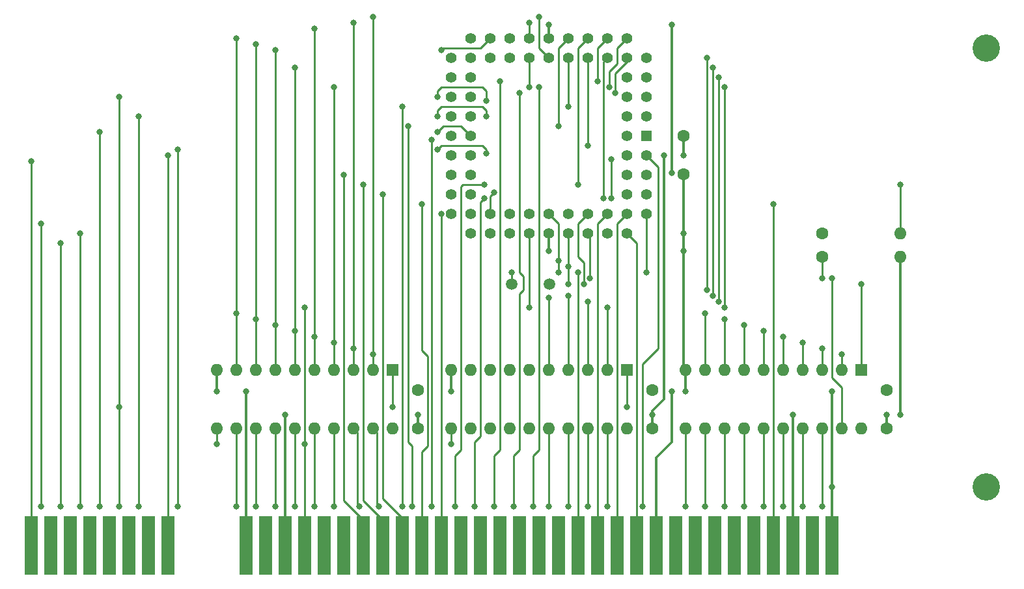
<source format=gbr>
G04 #@! TF.GenerationSoftware,KiCad,Pcbnew,(5.1.8)-1*
G04 #@! TF.CreationDate,2023-02-17T13:20:17-07:00*
G04 #@! TF.ProjectId,V40,5634302e-6b69-4636-9164-5f7063625858,rev?*
G04 #@! TF.SameCoordinates,Original*
G04 #@! TF.FileFunction,Copper,L2,Bot*
G04 #@! TF.FilePolarity,Positive*
%FSLAX46Y46*%
G04 Gerber Fmt 4.6, Leading zero omitted, Abs format (unit mm)*
G04 Created by KiCad (PCBNEW (5.1.8)-1) date 2023-02-17 13:20:17*
%MOMM*%
%LPD*%
G01*
G04 APERTURE LIST*
G04 #@! TA.AperFunction,ComponentPad*
%ADD10O,1.600000X1.600000*%
G04 #@! TD*
G04 #@! TA.AperFunction,ComponentPad*
%ADD11C,1.600000*%
G04 #@! TD*
G04 #@! TA.AperFunction,ComponentPad*
%ADD12C,1.500000*%
G04 #@! TD*
G04 #@! TA.AperFunction,ConnectorPad*
%ADD13R,1.780000X7.620000*%
G04 #@! TD*
G04 #@! TA.AperFunction,ComponentPad*
%ADD14R,1.600000X1.600000*%
G04 #@! TD*
G04 #@! TA.AperFunction,ComponentPad*
%ADD15C,1.422400*%
G04 #@! TD*
G04 #@! TA.AperFunction,ComponentPad*
%ADD16R,1.422400X1.422400*%
G04 #@! TD*
G04 #@! TA.AperFunction,ComponentPad*
%ADD17C,3.556000*%
G04 #@! TD*
G04 #@! TA.AperFunction,ViaPad*
%ADD18C,0.800000*%
G04 #@! TD*
G04 #@! TA.AperFunction,Conductor*
%ADD19C,0.330200*%
G04 #@! TD*
G04 #@! TA.AperFunction,Conductor*
%ADD20C,0.250000*%
G04 #@! TD*
G04 APERTURE END LIST*
D10*
G04 #@! TO.P,R1,2*
G04 #@! TO.N,/5+*
X170426380Y-92176600D03*
D11*
G04 #@! TO.P,R1,1*
G04 #@! TO.N,/DEN*
X160266380Y-92176600D03*
G04 #@! TD*
D12*
G04 #@! TO.P,Y1,2*
G04 #@! TO.N,/X1*
X124780380Y-95732600D03*
G04 #@! TO.P,Y1,1*
G04 #@! TO.N,/X2*
X119880380Y-95732600D03*
G04 #@! TD*
D10*
G04 #@! TO.P,R2,2*
G04 #@! TO.N,/POLL*
X170426380Y-89128600D03*
D11*
G04 #@! TO.P,R2,1*
G04 #@! TO.N,/GND*
X160266380Y-89128600D03*
G04 #@! TD*
D13*
G04 #@! TO.P,J1,8*
G04 #@! TO.N,/NMI*
X57396380Y-129768600D03*
G04 #@! TO.P,J1,7*
G04 #@! TO.N,Net-(J1-Pad7)*
X59936380Y-129768600D03*
G04 #@! TO.P,J1,6*
G04 #@! TO.N,/IO_008X*
X62476380Y-129768600D03*
G04 #@! TO.P,J1,5*
G04 #@! TO.N,/IO_006X*
X65016380Y-129768600D03*
G04 #@! TO.P,J1,4*
G04 #@! TO.N,/IO_004X*
X67556380Y-129768600D03*
G04 #@! TO.P,J1,3*
G04 #@! TO.N,/IO_002X*
X70096380Y-129768600D03*
G04 #@! TO.P,J1,2*
G04 #@! TO.N,/IO_000X*
X72636380Y-129768600D03*
G04 #@! TO.P,J1,1*
G04 #@! TO.N,/IRQ1*
X75176380Y-129768600D03*
G04 #@! TD*
D10*
G04 #@! TO.P,U4,20*
G04 #@! TO.N,/5+*
X165346380Y-114528600D03*
G04 #@! TO.P,U4,10*
G04 #@! TO.N,/GND*
X142486380Y-106908600D03*
G04 #@! TO.P,U4,19*
G04 #@! TO.N,/DEN*
X162806380Y-114528600D03*
G04 #@! TO.P,U4,9*
G04 #@! TO.N,/AD0*
X145026380Y-106908600D03*
G04 #@! TO.P,U4,18*
G04 #@! TO.N,/D7*
X160266380Y-114528600D03*
G04 #@! TO.P,U4,8*
G04 #@! TO.N,/AD1*
X147566380Y-106908600D03*
G04 #@! TO.P,U4,17*
G04 #@! TO.N,/D6*
X157726380Y-114528600D03*
G04 #@! TO.P,U4,7*
G04 #@! TO.N,/AD2*
X150106380Y-106908600D03*
G04 #@! TO.P,U4,16*
G04 #@! TO.N,/D5*
X155186380Y-114528600D03*
G04 #@! TO.P,U4,6*
G04 #@! TO.N,/AD3*
X152646380Y-106908600D03*
G04 #@! TO.P,U4,15*
G04 #@! TO.N,/D4*
X152646380Y-114528600D03*
G04 #@! TO.P,U4,5*
G04 #@! TO.N,/AD4*
X155186380Y-106908600D03*
G04 #@! TO.P,U4,14*
G04 #@! TO.N,/D3*
X150106380Y-114528600D03*
G04 #@! TO.P,U4,4*
G04 #@! TO.N,/AD5*
X157726380Y-106908600D03*
G04 #@! TO.P,U4,13*
G04 #@! TO.N,/D2*
X147566380Y-114528600D03*
G04 #@! TO.P,U4,3*
G04 #@! TO.N,/AD6*
X160266380Y-106908600D03*
G04 #@! TO.P,U4,12*
G04 #@! TO.N,/D1*
X145026380Y-114528600D03*
G04 #@! TO.P,U4,2*
G04 #@! TO.N,/AD7*
X162806380Y-106908600D03*
G04 #@! TO.P,U4,11*
G04 #@! TO.N,/D0*
X142486380Y-114528600D03*
D14*
G04 #@! TO.P,U4,1*
G04 #@! TO.N,/DTR*
X165346380Y-106908600D03*
G04 #@! TD*
D10*
G04 #@! TO.P,U3,20*
G04 #@! TO.N,/5+*
X134866380Y-114528600D03*
G04 #@! TO.P,U3,10*
G04 #@! TO.N,/GND*
X112006380Y-106908600D03*
G04 #@! TO.P,U3,19*
G04 #@! TO.N,/A19*
X132326380Y-114528600D03*
G04 #@! TO.P,U3,9*
G04 #@! TO.N,Net-(U3-Pad9)*
X114546380Y-106908600D03*
G04 #@! TO.P,U3,18*
G04 #@! TO.N,/A18*
X129786380Y-114528600D03*
G04 #@! TO.P,U3,8*
G04 #@! TO.N,Net-(U3-Pad8)*
X117086380Y-106908600D03*
G04 #@! TO.P,U3,17*
G04 #@! TO.N,/A17*
X127246380Y-114528600D03*
G04 #@! TO.P,U3,7*
G04 #@! TO.N,Net-(U3-Pad7)*
X119626380Y-106908600D03*
G04 #@! TO.P,U3,16*
G04 #@! TO.N,/A16*
X124706380Y-114528600D03*
G04 #@! TO.P,U3,6*
G04 #@! TO.N,Net-(U3-Pad6)*
X122166380Y-106908600D03*
G04 #@! TO.P,U3,15*
G04 #@! TO.N,Net-(U3-Pad15)*
X122166380Y-114528600D03*
G04 #@! TO.P,U3,5*
G04 #@! TO.N,/A16_*
X124706380Y-106908600D03*
G04 #@! TO.P,U3,14*
G04 #@! TO.N,Net-(U3-Pad14)*
X119626380Y-114528600D03*
G04 #@! TO.P,U3,4*
G04 #@! TO.N,/A17_*
X127246380Y-106908600D03*
G04 #@! TO.P,U3,13*
G04 #@! TO.N,Net-(U3-Pad13)*
X117086380Y-114528600D03*
G04 #@! TO.P,U3,3*
G04 #@! TO.N,/A18_*
X129786380Y-106908600D03*
G04 #@! TO.P,U3,12*
G04 #@! TO.N,Net-(U3-Pad12)*
X114546380Y-114528600D03*
G04 #@! TO.P,U3,2*
G04 #@! TO.N,/A19_*
X132326380Y-106908600D03*
G04 #@! TO.P,U3,11*
G04 #@! TO.N,/ALE*
X112006380Y-114528600D03*
D14*
G04 #@! TO.P,U3,1*
G04 #@! TO.N,/HOLDA*
X134866380Y-106908600D03*
G04 #@! TD*
D10*
G04 #@! TO.P,U2,20*
G04 #@! TO.N,/5+*
X104386380Y-114528600D03*
G04 #@! TO.P,U2,10*
G04 #@! TO.N,/GND*
X81526380Y-106908600D03*
G04 #@! TO.P,U2,19*
G04 #@! TO.N,/A7*
X101846380Y-114528600D03*
G04 #@! TO.P,U2,9*
G04 #@! TO.N,/AD0*
X84066380Y-106908600D03*
G04 #@! TO.P,U2,18*
G04 #@! TO.N,/A6*
X99306380Y-114528600D03*
G04 #@! TO.P,U2,8*
G04 #@! TO.N,/AD1*
X86606380Y-106908600D03*
G04 #@! TO.P,U2,17*
G04 #@! TO.N,/A5*
X96766380Y-114528600D03*
G04 #@! TO.P,U2,7*
G04 #@! TO.N,/AD2*
X89146380Y-106908600D03*
G04 #@! TO.P,U2,16*
G04 #@! TO.N,/A4*
X94226380Y-114528600D03*
G04 #@! TO.P,U2,6*
G04 #@! TO.N,/AD3*
X91686380Y-106908600D03*
G04 #@! TO.P,U2,15*
G04 #@! TO.N,/A3*
X91686380Y-114528600D03*
G04 #@! TO.P,U2,5*
G04 #@! TO.N,/AD4*
X94226380Y-106908600D03*
G04 #@! TO.P,U2,14*
G04 #@! TO.N,/A2*
X89146380Y-114528600D03*
G04 #@! TO.P,U2,4*
G04 #@! TO.N,/AD5*
X96766380Y-106908600D03*
G04 #@! TO.P,U2,13*
G04 #@! TO.N,/A1*
X86606380Y-114528600D03*
G04 #@! TO.P,U2,3*
G04 #@! TO.N,/AD6*
X99306380Y-106908600D03*
G04 #@! TO.P,U2,12*
G04 #@! TO.N,/A0*
X84066380Y-114528600D03*
G04 #@! TO.P,U2,2*
G04 #@! TO.N,/AD7*
X101846380Y-106908600D03*
G04 #@! TO.P,U2,11*
G04 #@! TO.N,/ALE*
X81526380Y-114528600D03*
D14*
G04 #@! TO.P,U2,1*
G04 #@! TO.N,/HOLDA*
X104386380Y-106908600D03*
G04 #@! TD*
D15*
G04 #@! TO.P,U1,60*
G04 #@! TO.N,/MWR*
X134866380Y-89128600D03*
G04 #@! TO.P,U1,58*
G04 #@! TO.N,Net-(U1-Pad58)*
X132326380Y-89128600D03*
G04 #@! TO.P,U1,56*
G04 #@! TO.N,/DEN*
X129786380Y-89128600D03*
G04 #@! TO.P,U1,54*
G04 #@! TO.N,/X1*
X127246380Y-89128600D03*
G04 #@! TO.P,U1,52*
G04 #@! TO.N,/GND*
X124706380Y-89128600D03*
G04 #@! TO.P,U1,50*
G04 #@! TO.N,/ALE*
X122166380Y-89128600D03*
G04 #@! TO.P,U1,48*
G04 #@! TO.N,Net-(U1-Pad48)*
X119626380Y-89128600D03*
G04 #@! TO.P,U1,46*
G04 #@! TO.N,/SPK_GO*
X117086380Y-89128600D03*
G04 #@! TO.P,U1,61*
G04 #@! TO.N,/IORD*
X137406380Y-86588600D03*
G04 #@! TO.P,U1,59*
G04 #@! TO.N,/IOWR*
X132326380Y-86588600D03*
G04 #@! TO.P,U1,57*
G04 #@! TO.N,/DTR*
X129786380Y-86588600D03*
G04 #@! TO.P,U1,55*
G04 #@! TO.N,Net-(U1-Pad55)*
X127246380Y-86588600D03*
G04 #@! TO.P,U1,53*
G04 #@! TO.N,/X2*
X124706380Y-86588600D03*
G04 #@! TO.P,U1,51*
G04 #@! TO.N,Net-(U1-Pad51)*
X122166380Y-86588600D03*
G04 #@! TO.P,U1,49*
G04 #@! TO.N,Net-(U1-Pad49)*
X119626380Y-86588600D03*
G04 #@! TO.P,U1,47*
G04 #@! TO.N,/POLL*
X117086380Y-86588600D03*
G04 #@! TO.P,U1,45*
G04 #@! TO.N,/SPK_OUT*
X114546380Y-86588600D03*
G04 #@! TO.P,U1,43*
G04 #@! TO.N,/IRQ7*
X112006380Y-86588600D03*
G04 #@! TO.P,U1,41*
G04 #@! TO.N,/IRQ5*
X112006380Y-84048600D03*
G04 #@! TO.P,U1,39*
G04 #@! TO.N,/IRQ3*
X112006380Y-81508600D03*
G04 #@! TO.P,U1,37*
G04 #@! TO.N,/IRQ1*
X112006380Y-78968600D03*
G04 #@! TO.P,U1,35*
G04 #@! TO.N,Net-(U1-Pad35)*
X112006380Y-76428600D03*
G04 #@! TO.P,U1,33*
G04 #@! TO.N,Net-(U1-Pad33)*
X112006380Y-73888600D03*
G04 #@! TO.P,U1,31*
G04 #@! TO.N,Net-(U1-Pad31)*
X112006380Y-71348600D03*
G04 #@! TO.P,U1,29*
G04 #@! TO.N,Net-(U1-Pad29)*
X112006380Y-68808600D03*
G04 #@! TO.P,U1,27*
G04 #@! TO.N,Net-(U1-Pad27)*
X112006380Y-66268600D03*
G04 #@! TO.P,U1,44*
G04 #@! TO.N,/HF_PCLK*
X114546380Y-89128600D03*
G04 #@! TO.P,U1,42*
G04 #@! TO.N,/IRQ6*
X114546380Y-84048600D03*
G04 #@! TO.P,U1,40*
G04 #@! TO.N,/IRQ4*
X114546380Y-81508600D03*
G04 #@! TO.P,U1,38*
G04 #@! TO.N,/IRQ2*
X114546380Y-78968600D03*
G04 #@! TO.P,U1,36*
G04 #@! TO.N,/DRQ0*
X114546380Y-76428600D03*
G04 #@! TO.P,U1,34*
G04 #@! TO.N,Net-(U1-Pad34)*
X114546380Y-73888600D03*
G04 #@! TO.P,U1,32*
G04 #@! TO.N,Net-(U1-Pad32)*
X114546380Y-71348600D03*
G04 #@! TO.P,U1,30*
G04 #@! TO.N,Net-(U1-Pad30)*
X114546380Y-68808600D03*
G04 #@! TO.P,U1,28*
G04 #@! TO.N,Net-(U1-Pad28)*
X114546380Y-66268600D03*
G04 #@! TO.P,U1,26*
G04 #@! TO.N,/AD0*
X114546380Y-63728600D03*
G04 #@! TO.P,U1,24*
G04 #@! TO.N,/AD2*
X117086380Y-63728600D03*
G04 #@! TO.P,U1,22*
G04 #@! TO.N,/AD4*
X119626380Y-63728600D03*
G04 #@! TO.P,U1,20*
G04 #@! TO.N,/AD6*
X122166380Y-63728600D03*
G04 #@! TO.P,U1,18*
G04 #@! TO.N,/GND*
X124706380Y-63728600D03*
G04 #@! TO.P,U1,16*
G04 #@! TO.N,/A9*
X127246380Y-63728600D03*
G04 #@! TO.P,U1,14*
G04 #@! TO.N,/A11*
X129786380Y-63728600D03*
G04 #@! TO.P,U1,12*
G04 #@! TO.N,/A13*
X132326380Y-63728600D03*
G04 #@! TO.P,U1,10*
G04 #@! TO.N,/A15*
X134866380Y-63728600D03*
G04 #@! TO.P,U1,25*
G04 #@! TO.N,/AD1*
X117086380Y-66268600D03*
G04 #@! TO.P,U1,23*
G04 #@! TO.N,/AD3*
X119626380Y-66268600D03*
G04 #@! TO.P,U1,21*
G04 #@! TO.N,/AD5*
X122166380Y-66268600D03*
G04 #@! TO.P,U1,19*
G04 #@! TO.N,/AD7*
X124706380Y-66268600D03*
G04 #@! TO.P,U1,17*
G04 #@! TO.N,/A8*
X127246380Y-66268600D03*
G04 #@! TO.P,U1,15*
G04 #@! TO.N,/A10*
X129786380Y-66268600D03*
G04 #@! TO.P,U1,13*
G04 #@! TO.N,/A12*
X132326380Y-66268600D03*
G04 #@! TO.P,U1,11*
G04 #@! TO.N,/A14*
X134866380Y-66268600D03*
G04 #@! TO.P,U1,63*
G04 #@! TO.N,Net-(U1-Pad63)*
X137406380Y-84048600D03*
G04 #@! TO.P,U1,65*
G04 #@! TO.N,Net-(U1-Pad65)*
X137406380Y-81508600D03*
G04 #@! TO.P,U1,67*
G04 #@! TO.N,/RDY1*
X137406380Y-78968600D03*
G04 #@! TO.P,U1,9*
G04 #@! TO.N,/A16_*
X137406380Y-66268600D03*
G04 #@! TO.P,U1,7*
G04 #@! TO.N,/A18_*
X137406380Y-68808600D03*
G04 #@! TO.P,U1,5*
G04 #@! TO.N,Net-(U1-Pad5)*
X137406380Y-71348600D03*
G04 #@! TO.P,U1,3*
G04 #@! TO.N,/HOLDA*
X137406380Y-73888600D03*
D16*
G04 #@! TO.P,U1,1*
G04 #@! TO.N,/5+*
X137406380Y-76428600D03*
D15*
G04 #@! TO.P,U1,62*
G04 #@! TO.N,/MRD*
X134866380Y-86588600D03*
G04 #@! TO.P,U1,64*
G04 #@! TO.N,Net-(U1-Pad64)*
X134866380Y-84048600D03*
G04 #@! TO.P,U1,66*
G04 #@! TO.N,/NMI*
X134866380Y-81508600D03*
G04 #@! TO.P,U1,68*
G04 #@! TO.N,/RESET*
X134866380Y-78968600D03*
G04 #@! TO.P,U1,8*
G04 #@! TO.N,/A17_*
X134866380Y-68808600D03*
G04 #@! TO.P,U1,6*
G04 #@! TO.N,/A19_*
X134866380Y-71348600D03*
G04 #@! TO.P,U1,4*
G04 #@! TO.N,/HOLD*
X134866380Y-73888600D03*
G04 #@! TO.P,U1,2*
G04 #@! TO.N,Net-(U1-Pad2)*
X134866380Y-76428600D03*
G04 #@! TD*
D11*
G04 #@! TO.P,C4,2*
G04 #@! TO.N,/5+*
X168648380Y-114528600D03*
G04 #@! TO.P,C4,1*
G04 #@! TO.N,/GND*
X168648380Y-109528600D03*
G04 #@! TD*
G04 #@! TO.P,C3,2*
G04 #@! TO.N,/5+*
X138168380Y-114528600D03*
G04 #@! TO.P,C3,1*
G04 #@! TO.N,/GND*
X138168380Y-109528600D03*
G04 #@! TD*
G04 #@! TO.P,C2,2*
G04 #@! TO.N,/5+*
X107688380Y-114528600D03*
G04 #@! TO.P,C2,1*
G04 #@! TO.N,/GND*
X107688380Y-109528600D03*
G04 #@! TD*
G04 #@! TO.P,C1,2*
G04 #@! TO.N,/5+*
X142232380Y-76428600D03*
G04 #@! TO.P,C1,1*
G04 #@! TO.N,/GND*
X142232380Y-81428600D03*
G04 #@! TD*
D13*
G04 #@! TO.P,J9,31*
G04 #@! TO.N,/GND*
X85336380Y-129768600D03*
G04 #@! TO.P,J9,30*
G04 #@! TO.N,/OSC88*
X87876380Y-129768600D03*
G04 #@! TO.P,J9,29*
G04 #@! TO.N,/5+*
X90416380Y-129768600D03*
G04 #@! TO.P,J9,28*
G04 #@! TO.N,/ALE*
X92956380Y-129768600D03*
G04 #@! TO.P,J9,27*
G04 #@! TO.N,/TC*
X95496380Y-129768600D03*
G04 #@! TO.P,J9,26*
G04 #@! TO.N,/DACK2*
X98036380Y-129768600D03*
G04 #@! TO.P,J9,25*
G04 #@! TO.N,/IRQ3*
X100576380Y-129768600D03*
G04 #@! TO.P,J9,24*
G04 #@! TO.N,/IRQ4*
X103116380Y-129768600D03*
G04 #@! TO.P,J9,23*
G04 #@! TO.N,/IRQ5*
X105656380Y-129768600D03*
G04 #@! TO.P,J9,22*
G04 #@! TO.N,/IRQ6*
X108196380Y-129768600D03*
G04 #@! TO.P,J9,21*
G04 #@! TO.N,/IRQ7*
X110736380Y-129768600D03*
G04 #@! TO.P,J9,20*
G04 #@! TO.N,/CLK88*
X113276380Y-129768600D03*
G04 #@! TO.P,J9,19*
G04 #@! TO.N,/REFRQ*
X115816380Y-129768600D03*
G04 #@! TO.P,J9,18*
G04 #@! TO.N,/DRQ1*
X118356380Y-129768600D03*
G04 #@! TO.P,J9,17*
G04 #@! TO.N,/DACK1*
X120896380Y-129768600D03*
G04 #@! TO.P,J9,16*
G04 #@! TO.N,/DRQ3*
X123436380Y-129768600D03*
G04 #@! TO.P,J9,15*
G04 #@! TO.N,/DACK3*
X125976380Y-129768600D03*
G04 #@! TO.P,J9,14*
G04 #@! TO.N,/IORD*
X128516380Y-129768600D03*
G04 #@! TO.P,J9,13*
G04 #@! TO.N,/IOWR*
X131056380Y-129768600D03*
G04 #@! TO.P,J9,12*
G04 #@! TO.N,/MRD*
X133596380Y-129768600D03*
G04 #@! TO.P,J9,11*
G04 #@! TO.N,/MWR*
X136136380Y-129768600D03*
G04 #@! TO.P,J9,10*
G04 #@! TO.N,/GND*
X138676380Y-129768600D03*
G04 #@! TO.P,J9,9*
G04 #@! TO.N,/12+*
X141216380Y-129768600D03*
G04 #@! TO.P,J9,8*
G04 #@! TO.N,/NC*
X143756380Y-129768600D03*
G04 #@! TO.P,J9,7*
G04 #@! TO.N,/12-*
X146296380Y-129768600D03*
G04 #@! TO.P,J9,6*
G04 #@! TO.N,/DRQ2*
X148836380Y-129768600D03*
G04 #@! TO.P,J9,5*
G04 #@! TO.N,/5-*
X151376380Y-129768600D03*
G04 #@! TO.P,J9,4*
G04 #@! TO.N,/IRQ2*
X153916380Y-129768600D03*
G04 #@! TO.P,J9,3*
G04 #@! TO.N,/5+*
X156456380Y-129768600D03*
G04 #@! TO.P,J9,2*
G04 #@! TO.N,/RESOUT*
X158996380Y-129768600D03*
G04 #@! TO.P,J9,1*
G04 #@! TO.N,/GND*
X161536380Y-129768600D03*
G04 #@! TD*
D17*
G04 #@! TO.P,R,1*
G04 #@! TO.N,/GND*
X181602380Y-122148600D03*
G04 #@! TD*
G04 #@! TO.P,R,1*
G04 #@! TO.N,N/C*
X181602380Y-64998600D03*
G04 #@! TD*
D18*
G04 #@! TO.N,/5+*
X139692380Y-78968600D03*
X142232380Y-78968600D03*
X156456380Y-112750600D03*
X107688380Y-112750600D03*
X138168380Y-112750600D03*
X168648380Y-112750600D03*
X90416380Y-112750600D03*
X170426380Y-112750574D03*
G04 #@! TO.N,/GND*
X142486380Y-109702600D03*
X124706380Y-91414600D03*
X142232380Y-91414600D03*
X140708380Y-109702600D03*
X112006380Y-109702600D03*
X81526380Y-109702600D03*
X85336380Y-109702600D03*
X161536380Y-122148600D03*
X161536380Y-109702600D03*
X140708380Y-81254600D03*
X140708380Y-61950600D03*
X124706380Y-61950600D03*
X142232380Y-89128600D03*
G04 #@! TO.N,/IRQ2*
X132834380Y-79476600D03*
X132834380Y-84556600D03*
X153916380Y-85318600D03*
G04 #@! TO.N,/IRQ7*
X110736380Y-86588600D03*
G04 #@! TO.N,/IRQ6*
X108196380Y-85318600D03*
G04 #@! TO.N,/IRQ5*
X103116380Y-84048600D03*
G04 #@! TO.N,/IRQ4*
X100576380Y-82778600D03*
G04 #@! TO.N,/IRQ3*
X98036380Y-81508600D03*
G04 #@! TO.N,/ALE*
X92956380Y-116560600D03*
X81526380Y-116560600D03*
X112006380Y-116560600D03*
X122166380Y-98780600D03*
X92956380Y-98780600D03*
G04 #@! TO.N,/D7*
X160266380Y-124688600D03*
G04 #@! TO.N,/D6*
X157726380Y-124688600D03*
G04 #@! TO.N,/D5*
X155186380Y-124688600D03*
G04 #@! TO.N,/D4*
X152646380Y-124688600D03*
G04 #@! TO.N,/D3*
X150106380Y-124688600D03*
G04 #@! TO.N,/D2*
X147566380Y-124688600D03*
G04 #@! TO.N,/D1*
X145026380Y-124688600D03*
G04 #@! TO.N,/D0*
X142486380Y-124688600D03*
G04 #@! TO.N,/RDY1*
X136898380Y-124688600D03*
G04 #@! TO.N,/A19*
X132326380Y-124688600D03*
G04 #@! TO.N,/A18*
X129786380Y-124688600D03*
G04 #@! TO.N,/A17*
X127246380Y-124688600D03*
G04 #@! TO.N,/A16*
X124706380Y-124688600D03*
G04 #@! TO.N,/A15*
X122674374Y-124688600D03*
X123436380Y-70078600D03*
X132580380Y-70078600D03*
G04 #@! TO.N,/A14*
X120134374Y-124688600D03*
X120896380Y-70840600D03*
X133342380Y-70840600D03*
G04 #@! TO.N,/A13*
X117594374Y-124688600D03*
X118356380Y-69316600D03*
X131056380Y-69316600D03*
G04 #@! TO.N,/A12*
X115054374Y-124688600D03*
X116324380Y-84556600D03*
X131818380Y-84556600D03*
G04 #@! TO.N,/A11*
X112514374Y-124688600D03*
X128516380Y-82778600D03*
X116324380Y-82778600D03*
G04 #@! TO.N,/A10*
X129786380Y-77698600D03*
X109466380Y-124688600D03*
X109466380Y-76936600D03*
G04 #@! TO.N,/A9*
X106418380Y-75158600D03*
X125976380Y-75158600D03*
X106926380Y-124688600D03*
G04 #@! TO.N,/A8*
X105656380Y-72618600D03*
X127246380Y-72618600D03*
X105656380Y-124688600D03*
G04 #@! TO.N,/A7*
X102608380Y-124688600D03*
G04 #@! TO.N,/A6*
X100068380Y-124688600D03*
G04 #@! TO.N,/A5*
X96766380Y-124688600D03*
G04 #@! TO.N,/A4*
X94226380Y-124688600D03*
G04 #@! TO.N,/A3*
X91686380Y-124688600D03*
G04 #@! TO.N,/A2*
X89146380Y-124688600D03*
G04 #@! TO.N,/A1*
X86606380Y-124688600D03*
G04 #@! TO.N,/A0*
X84066380Y-124688600D03*
G04 #@! TO.N,/IORD*
X128516380Y-94208600D03*
X137406380Y-94208600D03*
G04 #@! TO.N,/AD0*
X84066380Y-63728600D03*
X84066380Y-99542600D03*
X145026380Y-99542600D03*
G04 #@! TO.N,/AD2*
X110736380Y-65252600D03*
X89146380Y-65252600D03*
X150106380Y-101066600D03*
X89146380Y-101066600D03*
G04 #@! TO.N,/AD4*
X94226380Y-62458600D03*
X155186380Y-102590600D03*
X94226380Y-102590600D03*
G04 #@! TO.N,/AD6*
X122166380Y-61696600D03*
X99306380Y-61696600D03*
X160266380Y-104114600D03*
X99306380Y-104114600D03*
G04 #@! TO.N,/AD1*
X86606380Y-64490600D03*
X86606380Y-100304600D03*
X147566380Y-100304600D03*
G04 #@! TO.N,/AD3*
X91686380Y-67538600D03*
X152646380Y-101828600D03*
X91686380Y-101828600D03*
G04 #@! TO.N,/AD5*
X122166380Y-70078600D03*
X96766380Y-70078600D03*
X96766380Y-103352600D03*
X157726380Y-103352600D03*
G04 #@! TO.N,/AD7*
X123436380Y-60934600D03*
X101846380Y-60934600D03*
X101846380Y-104876600D03*
X162806380Y-104876600D03*
G04 #@! TO.N,/A16_*
X145280380Y-66268600D03*
X145280380Y-96494600D03*
X124706380Y-97510600D03*
G04 #@! TO.N,/A18_*
X146804380Y-68808600D03*
X146804380Y-98018600D03*
X129786380Y-98018600D03*
G04 #@! TO.N,/A17_*
X146042380Y-67538600D03*
X146042380Y-97256600D03*
X127246380Y-97256600D03*
G04 #@! TO.N,/A19_*
X147566380Y-70078600D03*
X147566380Y-98780600D03*
X132326380Y-98780600D03*
G04 #@! TO.N,/SPK_OUT*
X58666380Y-124688600D03*
X58666380Y-87858600D03*
G04 #@! TO.N,/SPK_GO*
X61206380Y-124688600D03*
X61206380Y-90398600D03*
G04 #@! TO.N,/HF_PCLK*
X63746380Y-124688600D03*
X63746380Y-89128600D03*
G04 #@! TO.N,/DRQ0*
X66286380Y-124688600D03*
X110228380Y-75920600D03*
X66286380Y-75920600D03*
G04 #@! TO.N,/HOLDA*
X68826380Y-124688600D03*
X116578380Y-71856600D03*
X110228380Y-71348600D03*
X68826380Y-71348600D03*
X134866380Y-111734600D03*
X68826380Y-111734600D03*
X104386380Y-111734600D03*
G04 #@! TO.N,/HOLD*
X71366380Y-124688600D03*
X116578380Y-73888600D03*
X110228380Y-73888600D03*
X71366380Y-73888600D03*
G04 #@! TO.N,/RESET*
X76446380Y-124688600D03*
X110228380Y-78206600D03*
X76446380Y-78206600D03*
X116578380Y-78714600D03*
G04 #@! TO.N,/NMI*
X57396380Y-79730600D03*
G04 #@! TO.N,/IRQ1*
X75176380Y-78968600D03*
G04 #@! TO.N,/DEN*
X130040380Y-94970600D03*
X161536380Y-94970600D03*
X160266380Y-94970600D03*
G04 #@! TO.N,/POLL*
X117594380Y-83794600D03*
X170426380Y-82778600D03*
G04 #@! TO.N,/X1*
X127246380Y-95732600D03*
X127246380Y-93446600D03*
G04 #@! TO.N,/DTR*
X129278380Y-95732600D03*
X165346380Y-95732600D03*
G04 #@! TO.N,/X2*
X125976380Y-94208600D03*
X119880380Y-94208600D03*
X125976380Y-92684600D03*
G04 #@! TD*
D19*
G04 #@! TO.N,/5+*
X142232380Y-76428600D02*
X142232380Y-78968600D01*
X156456380Y-129768600D02*
X156456380Y-112750600D01*
X107688380Y-112750600D02*
X107688380Y-114528600D01*
X139692380Y-110718600D02*
X139692380Y-78968600D01*
X138168380Y-112242600D02*
X139692380Y-110718600D01*
X138168380Y-114528600D02*
X138168380Y-112750600D01*
X138168380Y-112750600D02*
X138168380Y-112242600D01*
X168648380Y-114528600D02*
X168648380Y-112750600D01*
X90416380Y-129768600D02*
X90416380Y-112750600D01*
X170426380Y-92176600D02*
X170426380Y-112750574D01*
G04 #@! TO.N,/GND*
X142232380Y-106654600D02*
X142486380Y-106908600D01*
X142232380Y-81428600D02*
X142232380Y-106654600D01*
X142486380Y-106908600D02*
X142486380Y-109702600D01*
X124706380Y-89128600D02*
X124706380Y-91414600D01*
X112006380Y-106908600D02*
X112006380Y-109702600D01*
X81526380Y-106908600D02*
X81526380Y-109702600D01*
X85336380Y-129768600D02*
X85336380Y-109702600D01*
X161536380Y-129768600D02*
X161536380Y-122148600D01*
X161536380Y-122148600D02*
X161536380Y-109702600D01*
X140708380Y-81254600D02*
X140708380Y-61950600D01*
X124706380Y-61950600D02*
X124706380Y-63728600D01*
X140708380Y-116306600D02*
X140708380Y-109702600D01*
X138676380Y-118338600D02*
X140708380Y-116306600D01*
X138676380Y-129768600D02*
X138676380Y-118338600D01*
D20*
G04 #@! TO.N,/IRQ2*
X132834380Y-79476600D02*
X132834380Y-84556600D01*
X153916380Y-85318600D02*
X153916380Y-129768600D01*
G04 #@! TO.N,/IRQ7*
X110736380Y-129768600D02*
X110736380Y-86588600D01*
G04 #@! TO.N,/IRQ6*
X108196380Y-129768600D02*
X108196380Y-117576600D01*
X108196380Y-117576600D02*
X108958380Y-116814600D01*
X108958380Y-105130600D02*
X108196380Y-104368600D01*
X108958380Y-116814600D02*
X108958380Y-105130600D01*
X108196380Y-104368600D02*
X108196380Y-85318600D01*
G04 #@! TO.N,/IRQ5*
X103116380Y-123672600D02*
X103116380Y-84048600D01*
X105656380Y-126212600D02*
X103116380Y-123672600D01*
X105656380Y-129768600D02*
X105656380Y-126212600D01*
G04 #@! TO.N,/IRQ4*
X103116380Y-126466600D02*
X103116380Y-129768600D01*
X100576380Y-123926600D02*
X103116380Y-126466600D01*
X100576380Y-82778600D02*
X100576380Y-123926600D01*
G04 #@! TO.N,/IRQ3*
X100576380Y-126466600D02*
X100576380Y-129768600D01*
X98036380Y-123926600D02*
X100576380Y-126466600D01*
X98036380Y-81508600D02*
X98036380Y-123926600D01*
G04 #@! TO.N,/ALE*
X92956380Y-129768600D02*
X92956380Y-116560600D01*
X112006380Y-114528600D02*
X112006380Y-116560600D01*
X81526380Y-114528600D02*
X81526380Y-116560600D01*
X122166380Y-89128600D02*
X122166380Y-98780600D01*
X92956380Y-98780600D02*
X92956380Y-116560600D01*
G04 #@! TO.N,/D7*
X160266380Y-124688600D02*
X160266380Y-114528600D01*
G04 #@! TO.N,/D6*
X157726380Y-114528600D02*
X157726380Y-124688600D01*
G04 #@! TO.N,/D5*
X155186380Y-114528600D02*
X155186380Y-124688600D01*
G04 #@! TO.N,/D4*
X152646380Y-114528600D02*
X152646380Y-124688600D01*
G04 #@! TO.N,/D3*
X150106380Y-114528600D02*
X150106380Y-124688600D01*
G04 #@! TO.N,/D2*
X147566380Y-114528600D02*
X147566380Y-124688600D01*
G04 #@! TO.N,/D1*
X145026380Y-114528600D02*
X145026380Y-124688600D01*
G04 #@! TO.N,/D0*
X142486380Y-124688600D02*
X142486380Y-114528600D01*
G04 #@! TO.N,/RDY1*
X138930380Y-104114600D02*
X136898380Y-106146600D01*
X137406380Y-78968600D02*
X138930380Y-80492600D01*
X138930380Y-80492600D02*
X138930380Y-104114600D01*
X136898380Y-106146600D02*
X136898380Y-124688600D01*
G04 #@! TO.N,/A19*
X132326380Y-114528600D02*
X132326380Y-124688600D01*
G04 #@! TO.N,/A18*
X129786380Y-114528600D02*
X129786380Y-124688600D01*
G04 #@! TO.N,/A17*
X127246380Y-114528600D02*
X127246380Y-124688600D01*
G04 #@! TO.N,/A16*
X124706380Y-114528600D02*
X124706380Y-124688600D01*
G04 #@! TO.N,/A15*
X132580380Y-68046600D02*
X132580380Y-70078600D01*
X133596380Y-67030600D02*
X132580380Y-68046600D01*
X133596380Y-64998600D02*
X133596380Y-67030600D01*
X134866380Y-63728600D02*
X133596380Y-64998600D01*
X123436380Y-117322600D02*
X123436380Y-70078600D01*
X122674374Y-118084606D02*
X123436380Y-117322600D01*
X122674374Y-124688600D02*
X122674374Y-118084606D01*
G04 #@! TO.N,/A14*
X133342380Y-68300600D02*
X133342380Y-70840600D01*
X134866380Y-66776600D02*
X133342380Y-68300600D01*
X134866380Y-66268600D02*
X134866380Y-66776600D01*
X120134374Y-118084606D02*
X120134374Y-124688600D01*
X120896380Y-117322600D02*
X120134374Y-118084606D01*
X120896380Y-97002600D02*
X120896380Y-117322600D01*
X121404380Y-96494600D02*
X120896380Y-97002600D01*
X121404380Y-94716600D02*
X121404380Y-96494600D01*
X120896380Y-94208600D02*
X121404380Y-94716600D01*
X120896380Y-70840600D02*
X120896380Y-94208600D01*
G04 #@! TO.N,/A13*
X117594374Y-124688600D02*
X117594374Y-118084606D01*
X117594374Y-118084606D02*
X118356380Y-117322600D01*
X118356380Y-117322600D02*
X118356380Y-69316600D01*
X131056380Y-64998600D02*
X131056380Y-69316600D01*
X132326380Y-63728600D02*
X131056380Y-64998600D01*
G04 #@! TO.N,/A12*
X132326380Y-66268600D02*
X131818380Y-66776600D01*
X131818380Y-66776600D02*
X131818380Y-84556600D01*
X115816380Y-85064600D02*
X116324380Y-84556600D01*
X115816380Y-115544600D02*
X115816380Y-85064600D01*
X115054374Y-116306606D02*
X115816380Y-115544600D01*
X115054374Y-124688600D02*
X115054374Y-116306606D01*
G04 #@! TO.N,/A11*
X128516380Y-64998600D02*
X128516380Y-82778600D01*
X129786380Y-63728600D02*
X128516380Y-64998600D01*
X112514374Y-118084606D02*
X112514374Y-124688600D01*
X113276380Y-117322600D02*
X112514374Y-118084606D01*
X113276380Y-83032600D02*
X113276380Y-117322600D01*
X113530380Y-82778600D02*
X113276380Y-83032600D01*
X116324380Y-82778600D02*
X113530380Y-82778600D01*
G04 #@! TO.N,/A10*
X129786380Y-66268600D02*
X129786380Y-77698600D01*
X109466380Y-124688600D02*
X109466380Y-76936600D01*
G04 #@! TO.N,/A9*
X125976380Y-64998600D02*
X125976380Y-75158600D01*
X127246380Y-63728600D02*
X125976380Y-64998600D01*
X106926380Y-116814600D02*
X106926380Y-124688600D01*
X106418380Y-116306600D02*
X106926380Y-116814600D01*
X106418380Y-75158600D02*
X106418380Y-116306600D01*
G04 #@! TO.N,/A8*
X127246380Y-66268600D02*
X127246380Y-72618600D01*
X105656380Y-72618600D02*
X105656380Y-124688600D01*
G04 #@! TO.N,/A7*
X102354380Y-124434600D02*
X102608380Y-124688600D01*
X102354380Y-115036600D02*
X102354380Y-124434600D01*
X101846380Y-114528600D02*
X102354380Y-115036600D01*
G04 #@! TO.N,/A6*
X99814380Y-124434600D02*
X100068380Y-124688600D01*
X99814380Y-115036600D02*
X99814380Y-124434600D01*
X99306380Y-114528600D02*
X99814380Y-115036600D01*
G04 #@! TO.N,/A5*
X96766380Y-114528600D02*
X96766380Y-124688600D01*
G04 #@! TO.N,/A4*
X94226380Y-114528600D02*
X94226380Y-124688600D01*
G04 #@! TO.N,/A3*
X91686380Y-114528600D02*
X91686380Y-124688600D01*
G04 #@! TO.N,/A2*
X89146380Y-114528600D02*
X89146380Y-124688600D01*
G04 #@! TO.N,/A1*
X86606380Y-114528600D02*
X86606380Y-124688600D01*
G04 #@! TO.N,/A0*
X84066380Y-114528600D02*
X84066380Y-124688600D01*
G04 #@! TO.N,/MWR*
X136136380Y-90398600D02*
X134866380Y-89128600D01*
X136136380Y-129768600D02*
X136136380Y-90398600D01*
G04 #@! TO.N,/MRD*
X133596380Y-87858600D02*
X134866380Y-86588600D01*
X133596380Y-129768600D02*
X133596380Y-87858600D01*
G04 #@! TO.N,/IOWR*
X132326380Y-86588600D02*
X131056380Y-87858600D01*
X131056380Y-87858600D02*
X131056380Y-95224600D01*
X131056380Y-95224600D02*
X131056380Y-94716600D01*
X131056380Y-129768600D02*
X131056380Y-95224600D01*
G04 #@! TO.N,/IORD*
X128516380Y-129768600D02*
X128516380Y-94208600D01*
X137406380Y-86588600D02*
X137406380Y-94208600D01*
G04 #@! TO.N,/AD0*
X84066380Y-63728600D02*
X84066380Y-106908600D01*
X145026380Y-99542600D02*
X145026380Y-106908600D01*
G04 #@! TO.N,/AD2*
X117086380Y-63728600D02*
X115816380Y-64998600D01*
X115816380Y-64998600D02*
X110990380Y-64998600D01*
X110990380Y-64998600D02*
X110736380Y-65252600D01*
X89146380Y-106908600D02*
X89146380Y-65252600D01*
X150106380Y-101066600D02*
X150106380Y-106908600D01*
G04 #@! TO.N,/AD4*
X94226380Y-62458600D02*
X94226380Y-106908600D01*
X155186380Y-102590600D02*
X155186380Y-106908600D01*
G04 #@! TO.N,/AD6*
X122166380Y-61696600D02*
X122166380Y-63728600D01*
X99306380Y-61696600D02*
X99306380Y-106908600D01*
X160266380Y-104114600D02*
X160266380Y-106908600D01*
G04 #@! TO.N,/AD1*
X86606380Y-64490600D02*
X86606380Y-106908600D01*
X147566380Y-100304600D02*
X147566380Y-106908600D01*
G04 #@! TO.N,/AD3*
X91686380Y-106908600D02*
X91686380Y-67538600D01*
X152646380Y-101828600D02*
X152646380Y-106908600D01*
G04 #@! TO.N,/AD5*
X122166380Y-66268600D02*
X122166380Y-70078600D01*
X96766380Y-70078600D02*
X96766380Y-106908600D01*
X157726380Y-103352600D02*
X157726380Y-106908600D01*
G04 #@! TO.N,/AD7*
X124706380Y-66268600D02*
X123436380Y-64998600D01*
X123436380Y-64998600D02*
X123436380Y-60934600D01*
X101846380Y-106908600D02*
X101846380Y-104876600D01*
X101846380Y-104876600D02*
X101846380Y-60934600D01*
X162806380Y-104876600D02*
X162806380Y-106908600D01*
G04 #@! TO.N,/A16_*
X145280380Y-66268600D02*
X145280380Y-96494600D01*
X124706380Y-106908600D02*
X124706380Y-97510600D01*
G04 #@! TO.N,/A18_*
X146804380Y-68808600D02*
X146804380Y-98018600D01*
X129786380Y-98018600D02*
X129786380Y-106908600D01*
G04 #@! TO.N,/A17_*
X146042380Y-67538600D02*
X146042380Y-97256600D01*
X127246380Y-97256600D02*
X127246380Y-106908600D01*
G04 #@! TO.N,/A19_*
X147566380Y-70078600D02*
X147566380Y-98780600D01*
X132326380Y-98780600D02*
X132326380Y-106908600D01*
G04 #@! TO.N,/SPK_OUT*
X58666380Y-124688600D02*
X58666380Y-87858600D01*
G04 #@! TO.N,/SPK_GO*
X61206380Y-90398600D02*
X61206380Y-124688600D01*
G04 #@! TO.N,/HF_PCLK*
X63746380Y-124688600D02*
X63746380Y-89128600D01*
G04 #@! TO.N,/DRQ0*
X114546380Y-76428600D02*
X114038380Y-75920600D01*
X114038380Y-75920600D02*
X113276380Y-75158600D01*
X113276380Y-75158600D02*
X110990380Y-75158600D01*
X110990380Y-75158600D02*
X110228380Y-75920600D01*
X110228380Y-75920600D02*
X110228380Y-75920600D01*
X66286380Y-124688600D02*
X66286380Y-75920600D01*
G04 #@! TO.N,/HOLDA*
X110228380Y-70586600D02*
X110228380Y-71348600D01*
X116070380Y-70078600D02*
X110736380Y-70078600D01*
X116578380Y-70586600D02*
X116070380Y-70078600D01*
X110736380Y-70078600D02*
X110228380Y-70586600D01*
X116578380Y-71856600D02*
X116578380Y-70586600D01*
X68826380Y-124688600D02*
X68826380Y-71348600D01*
X134866380Y-106908600D02*
X134866380Y-111734600D01*
X104386380Y-106908600D02*
X104386380Y-111734600D01*
G04 #@! TO.N,/HOLD*
X110736380Y-72618600D02*
X110228380Y-73126600D01*
X116070380Y-72618600D02*
X110736380Y-72618600D01*
X116578380Y-73126600D02*
X116070380Y-72618600D01*
X110228380Y-73126600D02*
X110228380Y-73888600D01*
X116578380Y-73888600D02*
X116578380Y-73126600D01*
X71366380Y-124688600D02*
X71366380Y-73888600D01*
G04 #@! TO.N,/RESET*
X76446380Y-78206600D02*
X76446380Y-97764600D01*
X76446380Y-97764600D02*
X76446380Y-94208600D01*
X76446380Y-124688600D02*
X76446380Y-97764600D01*
X116070380Y-77698600D02*
X116578380Y-78206600D01*
X110736380Y-77698600D02*
X116070380Y-77698600D01*
X116578380Y-78206600D02*
X116578380Y-78714600D01*
X110228380Y-78206600D02*
X110736380Y-77698600D01*
G04 #@! TO.N,/NMI*
X57396380Y-129768600D02*
X57396380Y-79730600D01*
G04 #@! TO.N,/IRQ1*
X75176380Y-78968600D02*
X75176380Y-129768600D01*
G04 #@! TO.N,/DEN*
X130040380Y-89382600D02*
X130040380Y-94970600D01*
X129786380Y-89128600D02*
X130040380Y-89382600D01*
X161536380Y-107924600D02*
X161536380Y-94970600D01*
X162806380Y-109194600D02*
X161536380Y-107924600D01*
X162806380Y-114528600D02*
X162806380Y-109194600D01*
X160266380Y-92176600D02*
X160266380Y-94970600D01*
X160266380Y-94970600D02*
X160266380Y-94970600D01*
G04 #@! TO.N,/POLL*
X117086380Y-86588600D02*
X117086380Y-84302600D01*
X117086380Y-84302600D02*
X117594380Y-83794600D01*
X170426380Y-89128600D02*
X170426380Y-82778600D01*
X170426380Y-82778600D02*
X170426380Y-82778600D01*
G04 #@! TO.N,/X1*
X127246380Y-89128600D02*
X127246380Y-93446600D01*
X127246380Y-93446600D02*
X127246380Y-95732600D01*
G04 #@! TO.N,/DTR*
X129786380Y-86588600D02*
X128516380Y-87858600D01*
X128516380Y-87858600D02*
X128516380Y-92176600D01*
X128516380Y-92176600D02*
X129278380Y-92938600D01*
X129278380Y-92938600D02*
X129278380Y-95732600D01*
X165346380Y-95732600D02*
X165346380Y-106908600D01*
G04 #@! TO.N,/X2*
X125976380Y-87858600D02*
X125976380Y-92684600D01*
X124706380Y-86588600D02*
X125976380Y-87858600D01*
X119880380Y-95732600D02*
X119880380Y-94208600D01*
X125976380Y-94208600D02*
X125976380Y-93954600D01*
X125976380Y-92684600D02*
X125976380Y-94208600D01*
G04 #@! TD*
M02*

</source>
